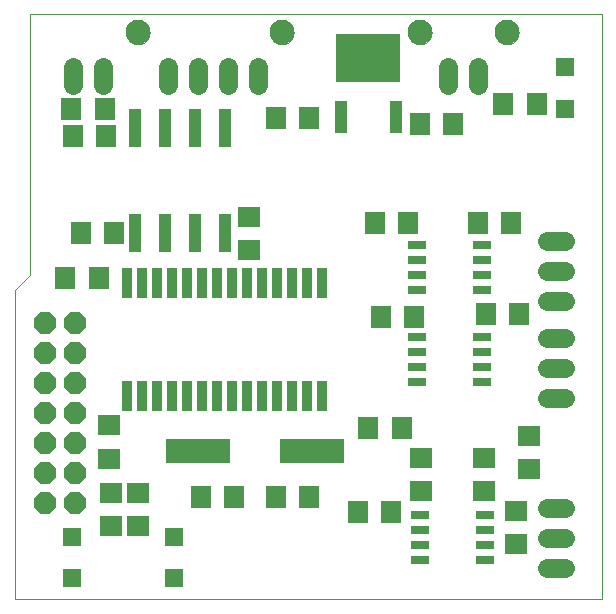
<source format=gts>
G75*
%MOIN*%
%OFA0B0*%
%FSLAX24Y24*%
%IPPOS*%
%LPD*%
%AMOC8*
5,1,8,0,0,1.08239X$1,22.5*
%
%ADD10C,0.0000*%
%ADD11C,0.0827*%
%ADD12R,0.0340X0.1040*%
%ADD13R,0.2140X0.0800*%
%ADD14OC8,0.0712*%
%ADD15R,0.0670X0.0749*%
%ADD16R,0.0750X0.0670*%
%ADD17R,0.0749X0.0670*%
%ADD18R,0.0434X0.1290*%
%ADD19R,0.0670X0.0750*%
%ADD20C,0.0640*%
%ADD21R,0.0434X0.1103*%
%ADD22R,0.2127X0.1615*%
%ADD23R,0.0640X0.0280*%
%ADD24R,0.0631X0.0631*%
D10*
X000380Y000380D02*
X000380Y010680D01*
X000880Y011180D01*
X000880Y019876D01*
X019950Y019876D01*
X019950Y000380D01*
X000380Y000380D01*
X004086Y019280D02*
X004088Y019319D01*
X004094Y019358D01*
X004104Y019396D01*
X004117Y019433D01*
X004134Y019468D01*
X004154Y019502D01*
X004178Y019533D01*
X004205Y019562D01*
X004234Y019588D01*
X004266Y019611D01*
X004300Y019631D01*
X004336Y019647D01*
X004373Y019659D01*
X004412Y019668D01*
X004451Y019673D01*
X004490Y019674D01*
X004529Y019671D01*
X004568Y019664D01*
X004605Y019653D01*
X004642Y019639D01*
X004677Y019621D01*
X004710Y019600D01*
X004741Y019575D01*
X004769Y019548D01*
X004794Y019518D01*
X004816Y019485D01*
X004835Y019451D01*
X004850Y019415D01*
X004862Y019377D01*
X004870Y019339D01*
X004874Y019300D01*
X004874Y019260D01*
X004870Y019221D01*
X004862Y019183D01*
X004850Y019145D01*
X004835Y019109D01*
X004816Y019075D01*
X004794Y019042D01*
X004769Y019012D01*
X004741Y018985D01*
X004710Y018960D01*
X004677Y018939D01*
X004642Y018921D01*
X004605Y018907D01*
X004568Y018896D01*
X004529Y018889D01*
X004490Y018886D01*
X004451Y018887D01*
X004412Y018892D01*
X004373Y018901D01*
X004336Y018913D01*
X004300Y018929D01*
X004266Y018949D01*
X004234Y018972D01*
X004205Y018998D01*
X004178Y019027D01*
X004154Y019058D01*
X004134Y019092D01*
X004117Y019127D01*
X004104Y019164D01*
X004094Y019202D01*
X004088Y019241D01*
X004086Y019280D01*
X008886Y019280D02*
X008888Y019319D01*
X008894Y019358D01*
X008904Y019396D01*
X008917Y019433D01*
X008934Y019468D01*
X008954Y019502D01*
X008978Y019533D01*
X009005Y019562D01*
X009034Y019588D01*
X009066Y019611D01*
X009100Y019631D01*
X009136Y019647D01*
X009173Y019659D01*
X009212Y019668D01*
X009251Y019673D01*
X009290Y019674D01*
X009329Y019671D01*
X009368Y019664D01*
X009405Y019653D01*
X009442Y019639D01*
X009477Y019621D01*
X009510Y019600D01*
X009541Y019575D01*
X009569Y019548D01*
X009594Y019518D01*
X009616Y019485D01*
X009635Y019451D01*
X009650Y019415D01*
X009662Y019377D01*
X009670Y019339D01*
X009674Y019300D01*
X009674Y019260D01*
X009670Y019221D01*
X009662Y019183D01*
X009650Y019145D01*
X009635Y019109D01*
X009616Y019075D01*
X009594Y019042D01*
X009569Y019012D01*
X009541Y018985D01*
X009510Y018960D01*
X009477Y018939D01*
X009442Y018921D01*
X009405Y018907D01*
X009368Y018896D01*
X009329Y018889D01*
X009290Y018886D01*
X009251Y018887D01*
X009212Y018892D01*
X009173Y018901D01*
X009136Y018913D01*
X009100Y018929D01*
X009066Y018949D01*
X009034Y018972D01*
X009005Y018998D01*
X008978Y019027D01*
X008954Y019058D01*
X008934Y019092D01*
X008917Y019127D01*
X008904Y019164D01*
X008894Y019202D01*
X008888Y019241D01*
X008886Y019280D01*
X013486Y019280D02*
X013488Y019319D01*
X013494Y019358D01*
X013504Y019396D01*
X013517Y019433D01*
X013534Y019468D01*
X013554Y019502D01*
X013578Y019533D01*
X013605Y019562D01*
X013634Y019588D01*
X013666Y019611D01*
X013700Y019631D01*
X013736Y019647D01*
X013773Y019659D01*
X013812Y019668D01*
X013851Y019673D01*
X013890Y019674D01*
X013929Y019671D01*
X013968Y019664D01*
X014005Y019653D01*
X014042Y019639D01*
X014077Y019621D01*
X014110Y019600D01*
X014141Y019575D01*
X014169Y019548D01*
X014194Y019518D01*
X014216Y019485D01*
X014235Y019451D01*
X014250Y019415D01*
X014262Y019377D01*
X014270Y019339D01*
X014274Y019300D01*
X014274Y019260D01*
X014270Y019221D01*
X014262Y019183D01*
X014250Y019145D01*
X014235Y019109D01*
X014216Y019075D01*
X014194Y019042D01*
X014169Y019012D01*
X014141Y018985D01*
X014110Y018960D01*
X014077Y018939D01*
X014042Y018921D01*
X014005Y018907D01*
X013968Y018896D01*
X013929Y018889D01*
X013890Y018886D01*
X013851Y018887D01*
X013812Y018892D01*
X013773Y018901D01*
X013736Y018913D01*
X013700Y018929D01*
X013666Y018949D01*
X013634Y018972D01*
X013605Y018998D01*
X013578Y019027D01*
X013554Y019058D01*
X013534Y019092D01*
X013517Y019127D01*
X013504Y019164D01*
X013494Y019202D01*
X013488Y019241D01*
X013486Y019280D01*
X016386Y019280D02*
X016388Y019319D01*
X016394Y019358D01*
X016404Y019396D01*
X016417Y019433D01*
X016434Y019468D01*
X016454Y019502D01*
X016478Y019533D01*
X016505Y019562D01*
X016534Y019588D01*
X016566Y019611D01*
X016600Y019631D01*
X016636Y019647D01*
X016673Y019659D01*
X016712Y019668D01*
X016751Y019673D01*
X016790Y019674D01*
X016829Y019671D01*
X016868Y019664D01*
X016905Y019653D01*
X016942Y019639D01*
X016977Y019621D01*
X017010Y019600D01*
X017041Y019575D01*
X017069Y019548D01*
X017094Y019518D01*
X017116Y019485D01*
X017135Y019451D01*
X017150Y019415D01*
X017162Y019377D01*
X017170Y019339D01*
X017174Y019300D01*
X017174Y019260D01*
X017170Y019221D01*
X017162Y019183D01*
X017150Y019145D01*
X017135Y019109D01*
X017116Y019075D01*
X017094Y019042D01*
X017069Y019012D01*
X017041Y018985D01*
X017010Y018960D01*
X016977Y018939D01*
X016942Y018921D01*
X016905Y018907D01*
X016868Y018896D01*
X016829Y018889D01*
X016790Y018886D01*
X016751Y018887D01*
X016712Y018892D01*
X016673Y018901D01*
X016636Y018913D01*
X016600Y018929D01*
X016566Y018949D01*
X016534Y018972D01*
X016505Y018998D01*
X016478Y019027D01*
X016454Y019058D01*
X016434Y019092D01*
X016417Y019127D01*
X016404Y019164D01*
X016394Y019202D01*
X016388Y019241D01*
X016386Y019280D01*
D11*
X016780Y019280D03*
X013880Y019280D03*
X009280Y019280D03*
X004480Y019280D03*
D12*
X004630Y010912D03*
X004130Y010912D03*
X005130Y010912D03*
X005630Y010912D03*
X006130Y010912D03*
X006630Y010912D03*
X007130Y010912D03*
X007630Y010912D03*
X008130Y010912D03*
X008630Y010912D03*
X009130Y010912D03*
X009630Y010912D03*
X010130Y010912D03*
X010630Y010912D03*
X010630Y007148D03*
X010130Y007148D03*
X009630Y007148D03*
X009130Y007148D03*
X008630Y007148D03*
X008130Y007148D03*
X007630Y007148D03*
X007130Y007148D03*
X006630Y007148D03*
X006130Y007148D03*
X005630Y007148D03*
X005130Y007148D03*
X004630Y007148D03*
X004130Y007148D03*
D13*
X006480Y005330D03*
X010280Y005330D03*
D14*
X002380Y005580D03*
X002380Y004580D03*
X002380Y003580D03*
X001380Y003580D03*
X001380Y004580D03*
X001380Y005580D03*
X001380Y006580D03*
X001380Y007580D03*
X001380Y008580D03*
X001380Y009580D03*
X002380Y009580D03*
X002380Y008580D03*
X002380Y007580D03*
X002380Y006580D03*
D15*
X006579Y003780D03*
X007681Y003780D03*
X009079Y003780D03*
X010181Y003780D03*
X012579Y009780D03*
X013681Y009780D03*
X016079Y009880D03*
X017181Y009880D03*
X016931Y012930D03*
X015829Y012930D03*
X013481Y012930D03*
X012379Y012930D03*
X013879Y016230D03*
X014981Y016230D03*
X010181Y016430D03*
X009079Y016430D03*
X003681Y012580D03*
X002579Y012580D03*
X002329Y015830D03*
X003431Y015830D03*
D16*
X003530Y006190D03*
X003530Y005070D03*
X003580Y003940D03*
X004480Y003940D03*
X004480Y002820D03*
X003580Y002820D03*
X017080Y003340D03*
X017080Y002220D03*
X017530Y004720D03*
X017530Y005840D03*
D17*
X016030Y005081D03*
X016030Y003979D03*
X013930Y003979D03*
X013930Y005081D03*
X008180Y012029D03*
X008180Y013131D03*
D18*
X007380Y012580D03*
X006380Y012580D03*
X005380Y012580D03*
X004380Y012580D03*
X004380Y016080D03*
X005380Y016080D03*
X006380Y016080D03*
X007380Y016080D03*
D19*
X003390Y016730D03*
X002270Y016730D03*
X002070Y011080D03*
X003190Y011080D03*
X011820Y003280D03*
X012940Y003280D03*
X013290Y006080D03*
X012170Y006080D03*
X016670Y016880D03*
X017790Y016880D03*
D20*
X015830Y017530D02*
X015830Y018130D01*
X014830Y018130D02*
X014830Y017530D01*
X018130Y012330D02*
X018730Y012330D01*
X018730Y011330D02*
X018130Y011330D01*
X018130Y010330D02*
X018730Y010330D01*
X018730Y009080D02*
X018130Y009080D01*
X018130Y008080D02*
X018730Y008080D01*
X018730Y007080D02*
X018130Y007080D01*
X018130Y003430D02*
X018730Y003430D01*
X018730Y002430D02*
X018130Y002430D01*
X018130Y001430D02*
X018730Y001430D01*
X008480Y017530D02*
X008480Y018130D01*
X007480Y018130D02*
X007480Y017530D01*
X006480Y017530D02*
X006480Y018130D01*
X005480Y018130D02*
X005480Y017530D01*
X003330Y017530D02*
X003330Y018130D01*
X002330Y018130D02*
X002330Y017530D01*
D21*
X011264Y016464D03*
X013075Y016464D03*
D22*
X012169Y018432D03*
D23*
X013800Y012180D03*
X013800Y011680D03*
X013800Y011180D03*
X013800Y010680D03*
X013800Y009130D03*
X013800Y008630D03*
X013800Y008130D03*
X013800Y007630D03*
X015960Y007630D03*
X015960Y008130D03*
X015960Y008630D03*
X015960Y009130D03*
X015960Y010680D03*
X015960Y011180D03*
X015960Y011680D03*
X015960Y012180D03*
X016060Y003180D03*
X016060Y002680D03*
X016060Y002180D03*
X016060Y001680D03*
X013900Y001680D03*
X013900Y002180D03*
X013900Y002680D03*
X013900Y003180D03*
D24*
X005680Y002469D03*
X005680Y001091D03*
X002280Y001091D03*
X002280Y002469D03*
X018730Y016741D03*
X018730Y018119D03*
M02*

</source>
